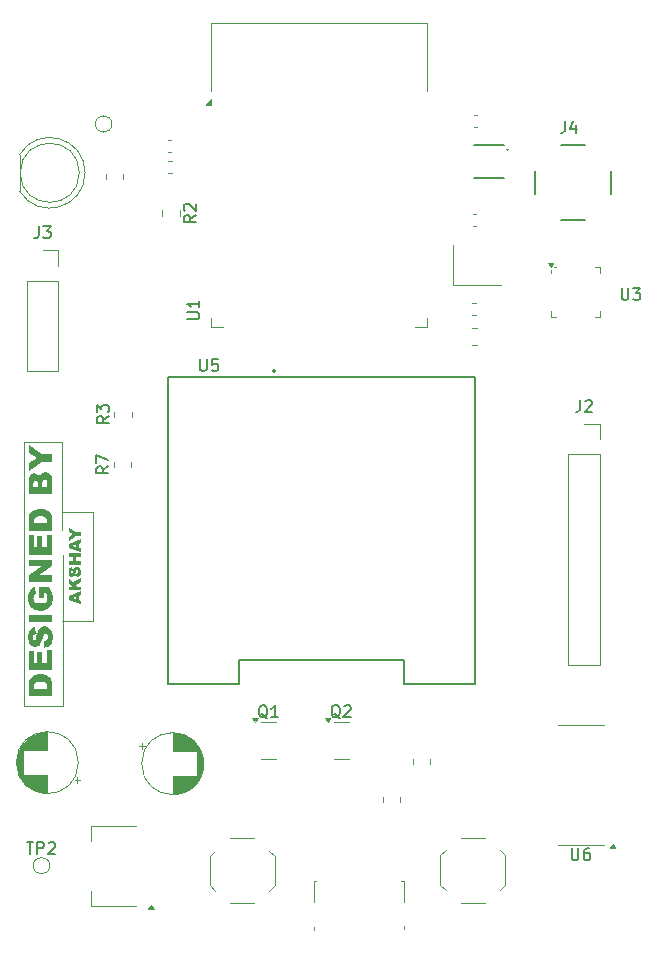
<source format=gbr>
%TF.GenerationSoftware,KiCad,Pcbnew,9.0.3*%
%TF.CreationDate,2025-07-13T04:30:13+05:30*%
%TF.ProjectId,Smart_Env_Monitoring_Node,536d6172-745f-4456-9e76-5f4d6f6e6974,rev?*%
%TF.SameCoordinates,Original*%
%TF.FileFunction,Legend,Top*%
%TF.FilePolarity,Positive*%
%FSLAX46Y46*%
G04 Gerber Fmt 4.6, Leading zero omitted, Abs format (unit mm)*
G04 Created by KiCad (PCBNEW 9.0.3) date 2025-07-13 04:30:13*
%MOMM*%
%LPD*%
G01*
G04 APERTURE LIST*
%ADD10C,0.100000*%
%ADD11C,0.500000*%
%ADD12C,0.250000*%
%ADD13C,0.150000*%
%ADD14C,0.120000*%
%ADD15C,0.127000*%
%ADD16C,0.200000*%
G04 APERTURE END LIST*
D10*
X117417433Y-111740000D02*
X117462566Y-120920000D01*
X114860000Y-128150000D02*
X114860000Y-115360000D01*
X111570000Y-128150000D02*
X114860000Y-128150000D01*
X111595000Y-105780000D02*
X111570000Y-128150000D01*
X117462566Y-120920000D02*
X114845000Y-120890000D01*
X114812500Y-105780000D02*
X114787500Y-113250000D01*
X114940000Y-111710000D02*
X117417286Y-111710000D01*
X114812500Y-105780000D02*
X111595000Y-105780000D01*
D11*
G36*
X113197310Y-125443550D02*
G01*
X113359723Y-125469338D01*
X113480265Y-125506992D01*
X113593269Y-125562900D01*
X113691478Y-125630448D01*
X113776409Y-125709836D01*
X113848675Y-125800730D01*
X113901050Y-125893317D01*
X113935411Y-125988517D01*
X113977204Y-126188374D01*
X113990000Y-126357445D01*
X113990000Y-127276898D01*
X111989162Y-127276898D01*
X111989162Y-126503625D01*
X112442477Y-126503625D01*
X112442477Y-126657986D01*
X113536685Y-126657986D01*
X113536685Y-126506311D01*
X113530554Y-126375734D01*
X113515046Y-126287388D01*
X113493698Y-126230317D01*
X113459350Y-126181299D01*
X113410239Y-126138577D01*
X113343367Y-126101967D01*
X113269471Y-126078781D01*
X113157671Y-126062017D01*
X112995687Y-126055439D01*
X112829123Y-126064048D01*
X112707243Y-126086631D01*
X112620252Y-126119228D01*
X112559958Y-126159364D01*
X112511851Y-126214762D01*
X112475329Y-126287526D01*
X112451322Y-126381957D01*
X112442477Y-126503625D01*
X111989162Y-126503625D01*
X111989162Y-126357445D01*
X111998572Y-126176521D01*
X112024211Y-126032231D01*
X112062923Y-125918175D01*
X112119684Y-125812258D01*
X112189978Y-125720528D01*
X112274438Y-125641570D01*
X112370289Y-125576007D01*
X112476786Y-125523168D01*
X112595251Y-125483056D01*
X112781692Y-125446380D01*
X112982742Y-125433841D01*
X113197310Y-125443550D01*
G37*
G36*
X111989162Y-125109731D02*
G01*
X111989162Y-123451078D01*
X112419030Y-123451078D01*
X112419030Y-124489476D01*
X112739476Y-124489476D01*
X112739476Y-123526304D01*
X113145896Y-123526304D01*
X113145896Y-124489476D01*
X113536685Y-124489476D01*
X113536685Y-123421036D01*
X113990000Y-123421036D01*
X113990000Y-125109731D01*
X111989162Y-125109731D01*
G37*
G36*
X113323583Y-123195966D02*
G01*
X113286580Y-122607096D01*
X113380971Y-122588250D01*
X113452518Y-122561785D01*
X113505788Y-122529183D01*
X113558536Y-122477044D01*
X113596175Y-122415538D01*
X113619540Y-122342795D01*
X113627787Y-122255997D01*
X113620021Y-122169691D01*
X113598827Y-122103082D01*
X113565994Y-122051810D01*
X113521086Y-122010858D01*
X113473894Y-121987675D01*
X113422745Y-121980003D01*
X113374028Y-121987246D01*
X113328339Y-122009256D01*
X113284138Y-122048269D01*
X113251039Y-122099559D01*
X113212479Y-122197722D01*
X113168733Y-122365296D01*
X113112917Y-122575471D01*
X113053027Y-122736696D01*
X112990626Y-122857630D01*
X112926688Y-122945861D01*
X112845179Y-123022976D01*
X112755208Y-123076877D01*
X112654952Y-123109499D01*
X112541639Y-123120739D01*
X112441725Y-123110934D01*
X112345437Y-123081478D01*
X112251113Y-123031224D01*
X112168579Y-122963701D01*
X112096993Y-122875155D01*
X112036179Y-122762069D01*
X111995565Y-122639506D01*
X111968128Y-122478342D01*
X111957899Y-122269553D01*
X111968591Y-122073361D01*
X111997965Y-121914435D01*
X112042782Y-121786509D01*
X112101025Y-121684225D01*
X112179823Y-121596551D01*
X112279259Y-121527311D01*
X112403058Y-121476051D01*
X112556538Y-121444378D01*
X112590976Y-122027752D01*
X112503434Y-122050747D01*
X112439030Y-122083696D01*
X112392773Y-122125450D01*
X112359709Y-122178443D01*
X112338546Y-122245703D01*
X112330858Y-122331102D01*
X112343535Y-122430186D01*
X112376409Y-122493768D01*
X112427407Y-122535014D01*
X112487051Y-122548356D01*
X112530951Y-122537726D01*
X112572536Y-122503293D01*
X112605596Y-122443057D01*
X112645931Y-122295565D01*
X112711549Y-122023249D01*
X112770247Y-121836137D01*
X112822030Y-121714267D01*
X112889225Y-121603600D01*
X112962861Y-121519823D01*
X113043070Y-121458789D01*
X113133928Y-121414580D01*
X113231724Y-121387898D01*
X113338237Y-121378799D01*
X113462977Y-121390677D01*
X113580192Y-121425955D01*
X113692023Y-121485411D01*
X113790433Y-121564996D01*
X113872012Y-121663445D01*
X113937609Y-121783265D01*
X113981970Y-121913491D01*
X114010829Y-122072412D01*
X114021263Y-122265523D01*
X114010961Y-122482788D01*
X113982993Y-122654909D01*
X113941048Y-122789686D01*
X113887715Y-122893924D01*
X113824281Y-122973217D01*
X113720190Y-123060176D01*
X113603498Y-123125983D01*
X113472204Y-123171431D01*
X113323583Y-123195966D01*
G37*
G36*
X111989162Y-121042965D02*
G01*
X111989162Y-120422711D01*
X113990000Y-120422711D01*
X113990000Y-121042965D01*
X111989162Y-121042965D01*
G37*
G36*
X113263133Y-118972397D02*
G01*
X112848897Y-118972397D01*
X112848897Y-118015942D01*
X113699473Y-118015942D01*
X113817798Y-118204166D01*
X113900557Y-118364818D01*
X113953852Y-118501741D01*
X113989923Y-118643969D01*
X114013044Y-118809691D01*
X114021263Y-119002316D01*
X114012611Y-119183501D01*
X113988292Y-119338518D01*
X113950330Y-119470890D01*
X113900118Y-119583736D01*
X113832498Y-119689316D01*
X113750612Y-119782008D01*
X113653479Y-119862815D01*
X113539494Y-119932149D01*
X113375617Y-119999638D01*
X113193447Y-120041298D01*
X112989581Y-120055736D01*
X112826206Y-120046682D01*
X112678300Y-120020522D01*
X112543912Y-119978321D01*
X112421350Y-119920547D01*
X112308110Y-119845251D01*
X112209881Y-119754924D01*
X112125500Y-119648511D01*
X112054497Y-119524263D01*
X112004004Y-119384950D01*
X111970339Y-119205392D01*
X111957899Y-118976427D01*
X111966153Y-118753086D01*
X111987581Y-118592063D01*
X112017861Y-118479759D01*
X112065700Y-118375188D01*
X112127488Y-118284661D01*
X112203729Y-118206573D01*
X112292221Y-118141937D01*
X112397810Y-118087329D01*
X112523077Y-118043297D01*
X112630055Y-118640348D01*
X112558649Y-118671467D01*
X112501289Y-118713034D01*
X112455910Y-118765401D01*
X112423441Y-118826822D01*
X112402910Y-118900755D01*
X112395582Y-118990104D01*
X112404923Y-119089446D01*
X112431671Y-119174970D01*
X112475181Y-119249400D01*
X112536510Y-119314581D01*
X112609033Y-119363316D01*
X112703728Y-119401116D01*
X112825946Y-119426217D01*
X112982131Y-119435481D01*
X113149116Y-119425881D01*
X113276898Y-119400146D01*
X113373307Y-119361897D01*
X113444849Y-119313237D01*
X113504434Y-119247647D01*
X113547352Y-119170648D01*
X113574124Y-119079968D01*
X113583579Y-118972397D01*
X113576008Y-118870308D01*
X113553660Y-118774316D01*
X113515452Y-118678292D01*
X113451322Y-118558405D01*
X113263133Y-118558405D01*
X113263133Y-118972397D01*
G37*
G36*
X111989162Y-117644082D02*
G01*
X111989162Y-117066203D01*
X113095826Y-116311981D01*
X111989162Y-116311981D01*
X111989162Y-115728607D01*
X113990000Y-115728607D01*
X113990000Y-116311981D01*
X112889563Y-117062051D01*
X113990000Y-117062051D01*
X113990000Y-117644082D01*
X111989162Y-117644082D01*
G37*
G36*
X111989162Y-115318524D02*
G01*
X111989162Y-113659870D01*
X112419030Y-113659870D01*
X112419030Y-114698269D01*
X112739476Y-114698269D01*
X112739476Y-113735097D01*
X113145896Y-113735097D01*
X113145896Y-114698269D01*
X113536685Y-114698269D01*
X113536685Y-113629829D01*
X113990000Y-113629829D01*
X113990000Y-115318524D01*
X111989162Y-115318524D01*
G37*
G36*
X113197310Y-111455273D02*
G01*
X113359723Y-111481062D01*
X113480265Y-111518715D01*
X113593269Y-111574624D01*
X113691478Y-111642172D01*
X113776409Y-111721559D01*
X113848675Y-111812454D01*
X113901050Y-111905040D01*
X113935411Y-112000240D01*
X113977204Y-112200098D01*
X113990000Y-112369169D01*
X113990000Y-113288621D01*
X111989162Y-113288621D01*
X111989162Y-112515348D01*
X112442477Y-112515348D01*
X112442477Y-112669710D01*
X113536685Y-112669710D01*
X113536685Y-112518035D01*
X113530554Y-112387458D01*
X113515046Y-112299111D01*
X113493698Y-112242041D01*
X113459350Y-112193022D01*
X113410239Y-112150301D01*
X113343367Y-112113691D01*
X113269471Y-112090504D01*
X113157671Y-112073740D01*
X112995687Y-112067163D01*
X112829123Y-112075772D01*
X112707243Y-112098354D01*
X112620252Y-112130952D01*
X112559958Y-112171088D01*
X112511851Y-112226486D01*
X112475329Y-112299250D01*
X112451322Y-112393681D01*
X112442477Y-112515348D01*
X111989162Y-112515348D01*
X111989162Y-112369169D01*
X111998572Y-112188244D01*
X112024211Y-112043954D01*
X112062923Y-111929898D01*
X112119684Y-111823981D01*
X112189978Y-111732252D01*
X112274438Y-111653293D01*
X112370289Y-111587731D01*
X112476786Y-111534891D01*
X112595251Y-111494780D01*
X112781692Y-111458103D01*
X112982742Y-111445565D01*
X113197310Y-111455273D01*
G37*
G36*
X113521598Y-108343795D02*
G01*
X113614501Y-108368019D01*
X113700083Y-108407916D01*
X113777353Y-108462186D01*
X113842666Y-108527876D01*
X113896943Y-108605997D01*
X113933465Y-108695003D01*
X113962644Y-108840959D01*
X113990000Y-109118297D01*
X113990000Y-110186737D01*
X111989162Y-110186737D01*
X111989162Y-109289145D01*
X112395582Y-109289145D01*
X112395582Y-109562330D01*
X112770739Y-109562330D01*
X112770739Y-109293175D01*
X112767504Y-109248112D01*
X113153712Y-109248112D01*
X113153712Y-109562330D01*
X113560132Y-109562330D01*
X113560132Y-109246769D01*
X113552294Y-109141002D01*
X113532189Y-109068887D01*
X113503346Y-109021332D01*
X113461637Y-108985200D01*
X113411646Y-108963396D01*
X113350816Y-108955753D01*
X113294510Y-108963212D01*
X113247607Y-108984684D01*
X113207812Y-109020722D01*
X113180539Y-109067635D01*
X113161281Y-109140183D01*
X113153712Y-109248112D01*
X112767504Y-109248112D01*
X112763842Y-109197093D01*
X112746326Y-109132894D01*
X112721524Y-109091674D01*
X112685074Y-109060971D01*
X112638632Y-109041879D01*
X112579131Y-109035010D01*
X112524170Y-109041722D01*
X112480033Y-109060660D01*
X112444187Y-109091674D01*
X112419597Y-109132768D01*
X112402341Y-109195830D01*
X112395582Y-109289145D01*
X111989162Y-109289145D01*
X111989162Y-109028171D01*
X111999415Y-108882692D01*
X112027951Y-108762945D01*
X112072469Y-108664385D01*
X112132166Y-108583405D01*
X112208717Y-108514934D01*
X112292068Y-108467091D01*
X112383763Y-108438217D01*
X112486074Y-108428311D01*
X112599960Y-108440941D01*
X112700094Y-108477685D01*
X112789668Y-108538953D01*
X112839744Y-108592680D01*
X112884395Y-108663508D01*
X112923147Y-108754863D01*
X112969121Y-108616813D01*
X113029026Y-108513219D01*
X113101688Y-108437348D01*
X113190920Y-108381842D01*
X113295612Y-108347556D01*
X113419692Y-108335498D01*
X113521598Y-108343795D01*
G37*
G36*
X111989162Y-108213621D02*
G01*
X111989162Y-107526322D01*
X112663394Y-107121978D01*
X111989162Y-106717512D01*
X111989162Y-106034487D01*
X113152002Y-106813133D01*
X113990000Y-106813133D01*
X113990000Y-107433510D01*
X113152002Y-107433510D01*
X111989162Y-108213621D01*
G37*
D12*
G36*
X116390000Y-118752161D02*
G01*
X116225868Y-118801376D01*
X116225868Y-119153818D01*
X116390000Y-119202362D01*
X116390000Y-119518656D01*
X115389581Y-119142217D01*
X115389581Y-118976926D01*
X115649883Y-118976926D01*
X116010935Y-119086896D01*
X116010935Y-118866284D01*
X115649883Y-118976926D01*
X115389581Y-118976926D01*
X115389581Y-118804795D01*
X116390000Y-118428356D01*
X116390000Y-118752161D01*
G37*
G36*
X115389581Y-118327789D02*
G01*
X115389581Y-118018394D01*
X115767608Y-118018394D01*
X115389581Y-117693857D01*
X115389581Y-117282674D01*
X115766936Y-117647451D01*
X116390000Y-117266249D01*
X116390000Y-117647451D01*
X115978511Y-117858538D01*
X116145696Y-118018394D01*
X116390000Y-118018394D01*
X116390000Y-118327789D01*
X115389581Y-118327789D01*
G37*
G36*
X116056791Y-117217644D02*
G01*
X116038290Y-116923210D01*
X116085485Y-116913787D01*
X116121259Y-116900554D01*
X116147894Y-116884253D01*
X116174268Y-116858183D01*
X116193087Y-116827430D01*
X116204770Y-116791059D01*
X116208893Y-116747660D01*
X116205010Y-116704507D01*
X116194413Y-116671202D01*
X116177997Y-116645566D01*
X116155543Y-116625090D01*
X116131947Y-116613499D01*
X116106372Y-116609663D01*
X116082014Y-116613284D01*
X116059169Y-116624289D01*
X116037069Y-116643796D01*
X116020519Y-116669441D01*
X116001239Y-116718522D01*
X115979366Y-116802309D01*
X115951458Y-116907397D01*
X115921513Y-116988009D01*
X115890313Y-117048476D01*
X115858344Y-117092592D01*
X115817589Y-117131149D01*
X115772604Y-117158100D01*
X115722476Y-117174411D01*
X115665819Y-117180031D01*
X115615862Y-117175128D01*
X115567718Y-117160400D01*
X115520556Y-117135273D01*
X115479289Y-117101512D01*
X115443496Y-117057239D01*
X115413089Y-117000696D01*
X115392782Y-116939414D01*
X115379064Y-116858832D01*
X115373949Y-116754438D01*
X115379295Y-116656342D01*
X115393982Y-116576879D01*
X115416391Y-116512916D01*
X115445512Y-116461774D01*
X115484911Y-116417937D01*
X115534629Y-116383317D01*
X115596529Y-116357687D01*
X115673269Y-116341851D01*
X115690488Y-116633538D01*
X115646717Y-116645035D01*
X115614515Y-116661509D01*
X115591386Y-116682386D01*
X115574854Y-116708883D01*
X115564273Y-116742513D01*
X115560429Y-116785212D01*
X115566767Y-116834754D01*
X115583204Y-116866545D01*
X115608703Y-116887168D01*
X115638525Y-116893839D01*
X115660475Y-116888524D01*
X115681268Y-116871308D01*
X115697798Y-116841190D01*
X115717965Y-116767444D01*
X115750774Y-116631286D01*
X115780123Y-116537730D01*
X115806015Y-116476795D01*
X115839612Y-116421461D01*
X115876430Y-116379573D01*
X115916535Y-116349056D01*
X115961964Y-116326951D01*
X116010862Y-116313610D01*
X116064118Y-116309061D01*
X116126488Y-116315000D01*
X116185096Y-116332639D01*
X116241011Y-116362367D01*
X116290216Y-116402159D01*
X116331006Y-116451384D01*
X116363804Y-116511294D01*
X116385985Y-116576407D01*
X116400414Y-116655867D01*
X116405631Y-116752423D01*
X116400480Y-116861056D01*
X116386496Y-116947116D01*
X116365524Y-117014505D01*
X116338857Y-117066623D01*
X116307140Y-117106270D01*
X116255095Y-117149749D01*
X116196749Y-117182653D01*
X116131102Y-117205377D01*
X116056791Y-117217644D01*
G37*
G36*
X115389581Y-116152074D02*
G01*
X115389581Y-115842679D01*
X115737383Y-115842679D01*
X115737383Y-115504525D01*
X115389581Y-115504525D01*
X115389581Y-115193665D01*
X116390000Y-115193665D01*
X116390000Y-115504525D01*
X115983579Y-115504525D01*
X115983579Y-115842679D01*
X116390000Y-115842679D01*
X116390000Y-116152074D01*
X115389581Y-116152074D01*
G37*
G36*
X116390000Y-114322573D02*
G01*
X116225868Y-114371788D01*
X116225868Y-114724230D01*
X116390000Y-114772773D01*
X116390000Y-115089068D01*
X115389581Y-114712629D01*
X115389581Y-114547337D01*
X115649883Y-114547337D01*
X116010935Y-114657308D01*
X116010935Y-114436695D01*
X115649883Y-114547337D01*
X115389581Y-114547337D01*
X115389581Y-114375207D01*
X116390000Y-113998768D01*
X116390000Y-114322573D01*
G37*
G36*
X115389581Y-114119912D02*
G01*
X115389581Y-113776263D01*
X115726697Y-113574091D01*
X115389581Y-113371857D01*
X115389581Y-113030345D01*
X115971001Y-113419668D01*
X116390000Y-113419668D01*
X116390000Y-113729856D01*
X115971001Y-113729856D01*
X115389581Y-114119912D01*
G37*
D13*
X158686666Y-102234819D02*
X158686666Y-102949104D01*
X158686666Y-102949104D02*
X158639047Y-103091961D01*
X158639047Y-103091961D02*
X158543809Y-103187200D01*
X158543809Y-103187200D02*
X158400952Y-103234819D01*
X158400952Y-103234819D02*
X158305714Y-103234819D01*
X159115238Y-102330057D02*
X159162857Y-102282438D01*
X159162857Y-102282438D02*
X159258095Y-102234819D01*
X159258095Y-102234819D02*
X159496190Y-102234819D01*
X159496190Y-102234819D02*
X159591428Y-102282438D01*
X159591428Y-102282438D02*
X159639047Y-102330057D01*
X159639047Y-102330057D02*
X159686666Y-102425295D01*
X159686666Y-102425295D02*
X159686666Y-102520533D01*
X159686666Y-102520533D02*
X159639047Y-102663390D01*
X159639047Y-102663390D02*
X159067619Y-103234819D01*
X159067619Y-103234819D02*
X159686666Y-103234819D01*
X112851666Y-87524819D02*
X112851666Y-88239104D01*
X112851666Y-88239104D02*
X112804047Y-88381961D01*
X112804047Y-88381961D02*
X112708809Y-88477200D01*
X112708809Y-88477200D02*
X112565952Y-88524819D01*
X112565952Y-88524819D02*
X112470714Y-88524819D01*
X113232619Y-87524819D02*
X113851666Y-87524819D01*
X113851666Y-87524819D02*
X113518333Y-87905771D01*
X113518333Y-87905771D02*
X113661190Y-87905771D01*
X113661190Y-87905771D02*
X113756428Y-87953390D01*
X113756428Y-87953390D02*
X113804047Y-88001009D01*
X113804047Y-88001009D02*
X113851666Y-88096247D01*
X113851666Y-88096247D02*
X113851666Y-88334342D01*
X113851666Y-88334342D02*
X113804047Y-88429580D01*
X113804047Y-88429580D02*
X113756428Y-88477200D01*
X113756428Y-88477200D02*
X113661190Y-88524819D01*
X113661190Y-88524819D02*
X113375476Y-88524819D01*
X113375476Y-88524819D02*
X113280238Y-88477200D01*
X113280238Y-88477200D02*
X113232619Y-88429580D01*
X157411666Y-78609819D02*
X157411666Y-79324104D01*
X157411666Y-79324104D02*
X157364047Y-79466961D01*
X157364047Y-79466961D02*
X157268809Y-79562200D01*
X157268809Y-79562200D02*
X157125952Y-79609819D01*
X157125952Y-79609819D02*
X157030714Y-79609819D01*
X158316428Y-78943152D02*
X158316428Y-79609819D01*
X158078333Y-78562200D02*
X157840238Y-79276485D01*
X157840238Y-79276485D02*
X158459285Y-79276485D01*
X118774819Y-103586666D02*
X118298628Y-103919999D01*
X118774819Y-104158094D02*
X117774819Y-104158094D01*
X117774819Y-104158094D02*
X117774819Y-103777142D01*
X117774819Y-103777142D02*
X117822438Y-103681904D01*
X117822438Y-103681904D02*
X117870057Y-103634285D01*
X117870057Y-103634285D02*
X117965295Y-103586666D01*
X117965295Y-103586666D02*
X118108152Y-103586666D01*
X118108152Y-103586666D02*
X118203390Y-103634285D01*
X118203390Y-103634285D02*
X118251009Y-103681904D01*
X118251009Y-103681904D02*
X118298628Y-103777142D01*
X118298628Y-103777142D02*
X118298628Y-104158094D01*
X117774819Y-103253332D02*
X117774819Y-102634285D01*
X117774819Y-102634285D02*
X118155771Y-102967618D01*
X118155771Y-102967618D02*
X118155771Y-102824761D01*
X118155771Y-102824761D02*
X118203390Y-102729523D01*
X118203390Y-102729523D02*
X118251009Y-102681904D01*
X118251009Y-102681904D02*
X118346247Y-102634285D01*
X118346247Y-102634285D02*
X118584342Y-102634285D01*
X118584342Y-102634285D02*
X118679580Y-102681904D01*
X118679580Y-102681904D02*
X118727200Y-102729523D01*
X118727200Y-102729523D02*
X118774819Y-102824761D01*
X118774819Y-102824761D02*
X118774819Y-103110475D01*
X118774819Y-103110475D02*
X118727200Y-103205713D01*
X118727200Y-103205713D02*
X118679580Y-103253332D01*
X126483095Y-98754819D02*
X126483095Y-99564342D01*
X126483095Y-99564342D02*
X126530714Y-99659580D01*
X126530714Y-99659580D02*
X126578333Y-99707200D01*
X126578333Y-99707200D02*
X126673571Y-99754819D01*
X126673571Y-99754819D02*
X126864047Y-99754819D01*
X126864047Y-99754819D02*
X126959285Y-99707200D01*
X126959285Y-99707200D02*
X127006904Y-99659580D01*
X127006904Y-99659580D02*
X127054523Y-99564342D01*
X127054523Y-99564342D02*
X127054523Y-98754819D01*
X128006904Y-98754819D02*
X127530714Y-98754819D01*
X127530714Y-98754819D02*
X127483095Y-99231009D01*
X127483095Y-99231009D02*
X127530714Y-99183390D01*
X127530714Y-99183390D02*
X127625952Y-99135771D01*
X127625952Y-99135771D02*
X127864047Y-99135771D01*
X127864047Y-99135771D02*
X127959285Y-99183390D01*
X127959285Y-99183390D02*
X128006904Y-99231009D01*
X128006904Y-99231009D02*
X128054523Y-99326247D01*
X128054523Y-99326247D02*
X128054523Y-99564342D01*
X128054523Y-99564342D02*
X128006904Y-99659580D01*
X128006904Y-99659580D02*
X127959285Y-99707200D01*
X127959285Y-99707200D02*
X127864047Y-99754819D01*
X127864047Y-99754819D02*
X127625952Y-99754819D01*
X127625952Y-99754819D02*
X127530714Y-99707200D01*
X127530714Y-99707200D02*
X127483095Y-99659580D01*
X125434819Y-95366904D02*
X126244342Y-95366904D01*
X126244342Y-95366904D02*
X126339580Y-95319285D01*
X126339580Y-95319285D02*
X126387200Y-95271666D01*
X126387200Y-95271666D02*
X126434819Y-95176428D01*
X126434819Y-95176428D02*
X126434819Y-94985952D01*
X126434819Y-94985952D02*
X126387200Y-94890714D01*
X126387200Y-94890714D02*
X126339580Y-94843095D01*
X126339580Y-94843095D02*
X126244342Y-94795476D01*
X126244342Y-94795476D02*
X125434819Y-94795476D01*
X126434819Y-93795476D02*
X126434819Y-94366904D01*
X126434819Y-94081190D02*
X125434819Y-94081190D01*
X125434819Y-94081190D02*
X125577676Y-94176428D01*
X125577676Y-94176428D02*
X125672914Y-94271666D01*
X125672914Y-94271666D02*
X125720533Y-94366904D01*
X132207261Y-129170057D02*
X132112023Y-129122438D01*
X132112023Y-129122438D02*
X132016785Y-129027200D01*
X132016785Y-129027200D02*
X131873928Y-128884342D01*
X131873928Y-128884342D02*
X131778690Y-128836723D01*
X131778690Y-128836723D02*
X131683452Y-128836723D01*
X131731071Y-129074819D02*
X131635833Y-129027200D01*
X131635833Y-129027200D02*
X131540595Y-128931961D01*
X131540595Y-128931961D02*
X131492976Y-128741485D01*
X131492976Y-128741485D02*
X131492976Y-128408152D01*
X131492976Y-128408152D02*
X131540595Y-128217676D01*
X131540595Y-128217676D02*
X131635833Y-128122438D01*
X131635833Y-128122438D02*
X131731071Y-128074819D01*
X131731071Y-128074819D02*
X131921547Y-128074819D01*
X131921547Y-128074819D02*
X132016785Y-128122438D01*
X132016785Y-128122438D02*
X132112023Y-128217676D01*
X132112023Y-128217676D02*
X132159642Y-128408152D01*
X132159642Y-128408152D02*
X132159642Y-128741485D01*
X132159642Y-128741485D02*
X132112023Y-128931961D01*
X132112023Y-128931961D02*
X132016785Y-129027200D01*
X132016785Y-129027200D02*
X131921547Y-129074819D01*
X131921547Y-129074819D02*
X131731071Y-129074819D01*
X133112023Y-129074819D02*
X132540595Y-129074819D01*
X132826309Y-129074819D02*
X132826309Y-128074819D01*
X132826309Y-128074819D02*
X132731071Y-128217676D01*
X132731071Y-128217676D02*
X132635833Y-128312914D01*
X132635833Y-128312914D02*
X132540595Y-128360533D01*
X111818095Y-139646819D02*
X112389523Y-139646819D01*
X112103809Y-140646819D02*
X112103809Y-139646819D01*
X112722857Y-140646819D02*
X112722857Y-139646819D01*
X112722857Y-139646819D02*
X113103809Y-139646819D01*
X113103809Y-139646819D02*
X113199047Y-139694438D01*
X113199047Y-139694438D02*
X113246666Y-139742057D01*
X113246666Y-139742057D02*
X113294285Y-139837295D01*
X113294285Y-139837295D02*
X113294285Y-139980152D01*
X113294285Y-139980152D02*
X113246666Y-140075390D01*
X113246666Y-140075390D02*
X113199047Y-140123009D01*
X113199047Y-140123009D02*
X113103809Y-140170628D01*
X113103809Y-140170628D02*
X112722857Y-140170628D01*
X113675238Y-139742057D02*
X113722857Y-139694438D01*
X113722857Y-139694438D02*
X113818095Y-139646819D01*
X113818095Y-139646819D02*
X114056190Y-139646819D01*
X114056190Y-139646819D02*
X114151428Y-139694438D01*
X114151428Y-139694438D02*
X114199047Y-139742057D01*
X114199047Y-139742057D02*
X114246666Y-139837295D01*
X114246666Y-139837295D02*
X114246666Y-139932533D01*
X114246666Y-139932533D02*
X114199047Y-140075390D01*
X114199047Y-140075390D02*
X113627619Y-140646819D01*
X113627619Y-140646819D02*
X114246666Y-140646819D01*
X162195595Y-92742319D02*
X162195595Y-93551842D01*
X162195595Y-93551842D02*
X162243214Y-93647080D01*
X162243214Y-93647080D02*
X162290833Y-93694700D01*
X162290833Y-93694700D02*
X162386071Y-93742319D01*
X162386071Y-93742319D02*
X162576547Y-93742319D01*
X162576547Y-93742319D02*
X162671785Y-93694700D01*
X162671785Y-93694700D02*
X162719404Y-93647080D01*
X162719404Y-93647080D02*
X162767023Y-93551842D01*
X162767023Y-93551842D02*
X162767023Y-92742319D01*
X163147976Y-92742319D02*
X163767023Y-92742319D01*
X163767023Y-92742319D02*
X163433690Y-93123271D01*
X163433690Y-93123271D02*
X163576547Y-93123271D01*
X163576547Y-93123271D02*
X163671785Y-93170890D01*
X163671785Y-93170890D02*
X163719404Y-93218509D01*
X163719404Y-93218509D02*
X163767023Y-93313747D01*
X163767023Y-93313747D02*
X163767023Y-93551842D01*
X163767023Y-93551842D02*
X163719404Y-93647080D01*
X163719404Y-93647080D02*
X163671785Y-93694700D01*
X163671785Y-93694700D02*
X163576547Y-93742319D01*
X163576547Y-93742319D02*
X163290833Y-93742319D01*
X163290833Y-93742319D02*
X163195595Y-93694700D01*
X163195595Y-93694700D02*
X163147976Y-93647080D01*
X157973095Y-140169819D02*
X157973095Y-140979342D01*
X157973095Y-140979342D02*
X158020714Y-141074580D01*
X158020714Y-141074580D02*
X158068333Y-141122200D01*
X158068333Y-141122200D02*
X158163571Y-141169819D01*
X158163571Y-141169819D02*
X158354047Y-141169819D01*
X158354047Y-141169819D02*
X158449285Y-141122200D01*
X158449285Y-141122200D02*
X158496904Y-141074580D01*
X158496904Y-141074580D02*
X158544523Y-140979342D01*
X158544523Y-140979342D02*
X158544523Y-140169819D01*
X159449285Y-140169819D02*
X159258809Y-140169819D01*
X159258809Y-140169819D02*
X159163571Y-140217438D01*
X159163571Y-140217438D02*
X159115952Y-140265057D01*
X159115952Y-140265057D02*
X159020714Y-140407914D01*
X159020714Y-140407914D02*
X158973095Y-140598390D01*
X158973095Y-140598390D02*
X158973095Y-140979342D01*
X158973095Y-140979342D02*
X159020714Y-141074580D01*
X159020714Y-141074580D02*
X159068333Y-141122200D01*
X159068333Y-141122200D02*
X159163571Y-141169819D01*
X159163571Y-141169819D02*
X159354047Y-141169819D01*
X159354047Y-141169819D02*
X159449285Y-141122200D01*
X159449285Y-141122200D02*
X159496904Y-141074580D01*
X159496904Y-141074580D02*
X159544523Y-140979342D01*
X159544523Y-140979342D02*
X159544523Y-140741247D01*
X159544523Y-140741247D02*
X159496904Y-140646009D01*
X159496904Y-140646009D02*
X159449285Y-140598390D01*
X159449285Y-140598390D02*
X159354047Y-140550771D01*
X159354047Y-140550771D02*
X159163571Y-140550771D01*
X159163571Y-140550771D02*
X159068333Y-140598390D01*
X159068333Y-140598390D02*
X159020714Y-140646009D01*
X159020714Y-140646009D02*
X158973095Y-140741247D01*
X118734819Y-107846666D02*
X118258628Y-108179999D01*
X118734819Y-108418094D02*
X117734819Y-108418094D01*
X117734819Y-108418094D02*
X117734819Y-108037142D01*
X117734819Y-108037142D02*
X117782438Y-107941904D01*
X117782438Y-107941904D02*
X117830057Y-107894285D01*
X117830057Y-107894285D02*
X117925295Y-107846666D01*
X117925295Y-107846666D02*
X118068152Y-107846666D01*
X118068152Y-107846666D02*
X118163390Y-107894285D01*
X118163390Y-107894285D02*
X118211009Y-107941904D01*
X118211009Y-107941904D02*
X118258628Y-108037142D01*
X118258628Y-108037142D02*
X118258628Y-108418094D01*
X117734819Y-107513332D02*
X117734819Y-106846666D01*
X117734819Y-106846666D02*
X118734819Y-107275237D01*
X138362261Y-129160057D02*
X138267023Y-129112438D01*
X138267023Y-129112438D02*
X138171785Y-129017200D01*
X138171785Y-129017200D02*
X138028928Y-128874342D01*
X138028928Y-128874342D02*
X137933690Y-128826723D01*
X137933690Y-128826723D02*
X137838452Y-128826723D01*
X137886071Y-129064819D02*
X137790833Y-129017200D01*
X137790833Y-129017200D02*
X137695595Y-128921961D01*
X137695595Y-128921961D02*
X137647976Y-128731485D01*
X137647976Y-128731485D02*
X137647976Y-128398152D01*
X137647976Y-128398152D02*
X137695595Y-128207676D01*
X137695595Y-128207676D02*
X137790833Y-128112438D01*
X137790833Y-128112438D02*
X137886071Y-128064819D01*
X137886071Y-128064819D02*
X138076547Y-128064819D01*
X138076547Y-128064819D02*
X138171785Y-128112438D01*
X138171785Y-128112438D02*
X138267023Y-128207676D01*
X138267023Y-128207676D02*
X138314642Y-128398152D01*
X138314642Y-128398152D02*
X138314642Y-128731485D01*
X138314642Y-128731485D02*
X138267023Y-128921961D01*
X138267023Y-128921961D02*
X138171785Y-129017200D01*
X138171785Y-129017200D02*
X138076547Y-129064819D01*
X138076547Y-129064819D02*
X137886071Y-129064819D01*
X138695595Y-128160057D02*
X138743214Y-128112438D01*
X138743214Y-128112438D02*
X138838452Y-128064819D01*
X138838452Y-128064819D02*
X139076547Y-128064819D01*
X139076547Y-128064819D02*
X139171785Y-128112438D01*
X139171785Y-128112438D02*
X139219404Y-128160057D01*
X139219404Y-128160057D02*
X139267023Y-128255295D01*
X139267023Y-128255295D02*
X139267023Y-128350533D01*
X139267023Y-128350533D02*
X139219404Y-128493390D01*
X139219404Y-128493390D02*
X138647976Y-129064819D01*
X138647976Y-129064819D02*
X139267023Y-129064819D01*
X126134819Y-86556666D02*
X125658628Y-86889999D01*
X126134819Y-87128094D02*
X125134819Y-87128094D01*
X125134819Y-87128094D02*
X125134819Y-86747142D01*
X125134819Y-86747142D02*
X125182438Y-86651904D01*
X125182438Y-86651904D02*
X125230057Y-86604285D01*
X125230057Y-86604285D02*
X125325295Y-86556666D01*
X125325295Y-86556666D02*
X125468152Y-86556666D01*
X125468152Y-86556666D02*
X125563390Y-86604285D01*
X125563390Y-86604285D02*
X125611009Y-86651904D01*
X125611009Y-86651904D02*
X125658628Y-86747142D01*
X125658628Y-86747142D02*
X125658628Y-87128094D01*
X125230057Y-86175713D02*
X125182438Y-86128094D01*
X125182438Y-86128094D02*
X125134819Y-86032856D01*
X125134819Y-86032856D02*
X125134819Y-85794761D01*
X125134819Y-85794761D02*
X125182438Y-85699523D01*
X125182438Y-85699523D02*
X125230057Y-85651904D01*
X125230057Y-85651904D02*
X125325295Y-85604285D01*
X125325295Y-85604285D02*
X125420533Y-85604285D01*
X125420533Y-85604285D02*
X125563390Y-85651904D01*
X125563390Y-85651904D02*
X126134819Y-86223332D01*
X126134819Y-86223332D02*
X126134819Y-85604285D01*
D14*
%TO.C,J1*%
X143782500Y-146735000D02*
X143782500Y-146995000D01*
X143762500Y-142935000D02*
X143762500Y-144705000D01*
X143762500Y-142935000D02*
X143522500Y-142935000D01*
X136142500Y-147055000D02*
X136142500Y-146795000D01*
X136142500Y-144705000D02*
X136142500Y-142935000D01*
X136142500Y-142935000D02*
X136292500Y-142935000D01*
%TO.C,SW2*%
X127310000Y-143310000D02*
X127310000Y-140810000D01*
X127760000Y-140360000D02*
X127310000Y-140810000D01*
X127760000Y-143760000D02*
X127310000Y-143310000D01*
X129060000Y-139310000D02*
X131060000Y-139310000D01*
X129060000Y-144810000D02*
X131060000Y-144810000D01*
X132360000Y-140360000D02*
X132810000Y-140810000D01*
X132360000Y-143760000D02*
X132810000Y-143310000D01*
X132810000Y-143310000D02*
X132810000Y-140810000D01*
%TO.C,J2*%
X157690000Y-106820000D02*
X157690000Y-124660000D01*
X157690000Y-106820000D02*
X160350000Y-106820000D01*
X157690000Y-124660000D02*
X160350000Y-124660000D01*
X159020000Y-104220000D02*
X160350000Y-104220000D01*
X160350000Y-104220000D02*
X160350000Y-105550000D01*
X160350000Y-106820000D02*
X160350000Y-124660000D01*
%TO.C,D1*%
X111220000Y-81435000D02*
X111220000Y-84525000D01*
X111220000Y-81435170D02*
G75*
G02*
X116770000Y-82980000I2560000J-1544830D01*
G01*
X116770000Y-82980000D02*
G75*
G02*
X111220000Y-84524830I-2990000J0D01*
G01*
X116280000Y-82980000D02*
G75*
G02*
X111280000Y-82980000I-2500000J0D01*
G01*
X111280000Y-82980000D02*
G75*
G02*
X116280000Y-82980000I2500000J0D01*
G01*
%TO.C,SW3*%
X146860000Y-143270000D02*
X146860000Y-140770000D01*
X147310000Y-140320000D02*
X146860000Y-140770000D01*
X147310000Y-143720000D02*
X146860000Y-143270000D01*
X148610000Y-139270000D02*
X150610000Y-139270000D01*
X148610000Y-144770000D02*
X150610000Y-144770000D01*
X151910000Y-140320000D02*
X152360000Y-140770000D01*
X151910000Y-143720000D02*
X152360000Y-143270000D01*
X152360000Y-143270000D02*
X152360000Y-140770000D01*
%TO.C,J3*%
X111855000Y-92110000D02*
X111855000Y-99790000D01*
X111855000Y-92110000D02*
X114515000Y-92110000D01*
X111855000Y-99790000D02*
X114515000Y-99790000D01*
X113185000Y-89510000D02*
X114515000Y-89510000D01*
X114515000Y-89510000D02*
X114515000Y-90840000D01*
X114515000Y-92110000D02*
X114515000Y-99790000D01*
%TO.C,R6*%
X144505000Y-132582936D02*
X144505000Y-133037064D01*
X145975000Y-132582936D02*
X145975000Y-133037064D01*
%TO.C,U2*%
X117290000Y-138270000D02*
X117290000Y-139530000D01*
X117290000Y-145090000D02*
X117290000Y-143830000D01*
X121050000Y-138270000D02*
X117290000Y-138270000D01*
X121050000Y-145090000D02*
X117290000Y-145090000D01*
X122570000Y-145320000D02*
X122090000Y-145320000D01*
X122330000Y-144990000D01*
X122570000Y-145320000D01*
G36*
X122570000Y-145320000D02*
G01*
X122090000Y-145320000D01*
X122330000Y-144990000D01*
X122570000Y-145320000D01*
G37*
%TO.C,C5*%
X149671233Y-78080000D02*
X149963767Y-78080000D01*
X149671233Y-79100000D02*
X149963767Y-79100000D01*
%TO.C,TP1*%
X119040000Y-78850000D02*
G75*
G02*
X117640000Y-78850000I-700000J0D01*
G01*
X117640000Y-78850000D02*
G75*
G02*
X119040000Y-78850000I700000J0D01*
G01*
D15*
%TO.C,J4*%
X154870000Y-84790000D02*
X154870000Y-82790000D01*
X157070000Y-80590000D02*
X159070000Y-80590000D01*
X159070000Y-86990000D02*
X157070000Y-86990000D01*
X161270000Y-82790000D02*
X161270000Y-84790000D01*
D14*
%TO.C,C6*%
X149843767Y-93990000D02*
X149551233Y-93990000D01*
X149843767Y-95010000D02*
X149551233Y-95010000D01*
%TO.C,R3*%
X119235000Y-103647064D02*
X119235000Y-103192936D01*
X120705000Y-103647064D02*
X120705000Y-103192936D01*
%TO.C,Y1*%
X147880000Y-89070000D02*
X147880000Y-92490000D01*
X147880000Y-92490000D02*
X152000000Y-92490000D01*
D15*
%TO.C,U5*%
X123770000Y-100270000D02*
X149770000Y-100270000D01*
X123770000Y-126270000D02*
X123770000Y-100270000D01*
X129770000Y-124270000D02*
X129770000Y-126270000D01*
X129770000Y-126270000D02*
X123770000Y-126270000D01*
X143770000Y-124270000D02*
X129770000Y-124270000D01*
X143770000Y-126270000D02*
X143770000Y-124270000D01*
X149770000Y-100270000D02*
X149770000Y-126270000D01*
X149770000Y-126270000D02*
X143770000Y-126270000D01*
D16*
X132870000Y-99770000D02*
G75*
G02*
X132670000Y-99770000I-100000J0D01*
G01*
X132670000Y-99770000D02*
G75*
G02*
X132870000Y-99770000I100000J0D01*
G01*
D14*
%TO.C,C1*%
X110970000Y-133203000D02*
X110970000Y-132637000D01*
X111010000Y-133437000D02*
X111010000Y-132403000D01*
X111050000Y-133597000D02*
X111050000Y-132243000D01*
X111090000Y-133725000D02*
X111090000Y-132115000D01*
X111130000Y-133834000D02*
X111130000Y-132006000D01*
X111170000Y-133931000D02*
X111170000Y-131909000D01*
X111210000Y-134018000D02*
X111210000Y-131822000D01*
X111250000Y-134097000D02*
X111250000Y-131743000D01*
X111290000Y-134171000D02*
X111290000Y-131669000D01*
X111330000Y-134239000D02*
X111330000Y-131601000D01*
X111370000Y-134303000D02*
X111370000Y-131537000D01*
X111410000Y-134363000D02*
X111410000Y-131477000D01*
X111450000Y-134419000D02*
X111450000Y-131421000D01*
X111490000Y-134473000D02*
X111490000Y-131367000D01*
X111530000Y-134524000D02*
X111530000Y-131316000D01*
X111570000Y-131880000D02*
X111570000Y-131268000D01*
X111570000Y-134572000D02*
X111570000Y-133960000D01*
X111610000Y-131880000D02*
X111610000Y-131221000D01*
X111610000Y-134619000D02*
X111610000Y-133960000D01*
X111650000Y-131880000D02*
X111650000Y-131177000D01*
X111650000Y-134663000D02*
X111650000Y-133960000D01*
X111690000Y-131880000D02*
X111690000Y-131135000D01*
X111690000Y-134705000D02*
X111690000Y-133960000D01*
X111730000Y-131880000D02*
X111730000Y-131095000D01*
X111730000Y-134745000D02*
X111730000Y-133960000D01*
X111770000Y-131880000D02*
X111770000Y-131056000D01*
X111770000Y-134784000D02*
X111770000Y-133960000D01*
X111810000Y-131880000D02*
X111810000Y-131019000D01*
X111810000Y-134821000D02*
X111810000Y-133960000D01*
X111850000Y-131880000D02*
X111850000Y-130984000D01*
X111850000Y-134856000D02*
X111850000Y-133960000D01*
X111890000Y-131880000D02*
X111890000Y-130950000D01*
X111890000Y-134890000D02*
X111890000Y-133960000D01*
X111930000Y-131880000D02*
X111930000Y-130917000D01*
X111930000Y-134923000D02*
X111930000Y-133960000D01*
X111970000Y-131880000D02*
X111970000Y-130885000D01*
X111970000Y-134955000D02*
X111970000Y-133960000D01*
X112010000Y-131880000D02*
X112010000Y-130855000D01*
X112010000Y-134985000D02*
X112010000Y-133960000D01*
X112050000Y-131880000D02*
X112050000Y-130826000D01*
X112050000Y-135014000D02*
X112050000Y-133960000D01*
X112090000Y-131880000D02*
X112090000Y-130798000D01*
X112090000Y-135042000D02*
X112090000Y-133960000D01*
X112130000Y-131880000D02*
X112130000Y-130771000D01*
X112130000Y-135069000D02*
X112130000Y-133960000D01*
X112170000Y-131880000D02*
X112170000Y-130745000D01*
X112170000Y-135095000D02*
X112170000Y-133960000D01*
X112210000Y-131880000D02*
X112210000Y-130721000D01*
X112210000Y-135119000D02*
X112210000Y-133960000D01*
X112250000Y-131880000D02*
X112250000Y-130697000D01*
X112250000Y-135143000D02*
X112250000Y-133960000D01*
X112290000Y-131880000D02*
X112290000Y-130674000D01*
X112290000Y-135166000D02*
X112290000Y-133960000D01*
X112330000Y-131880000D02*
X112330000Y-130652000D01*
X112330000Y-135188000D02*
X112330000Y-133960000D01*
X112370000Y-131880000D02*
X112370000Y-130631000D01*
X112370000Y-135209000D02*
X112370000Y-133960000D01*
X112410000Y-131880000D02*
X112410000Y-130611000D01*
X112410000Y-135229000D02*
X112410000Y-133960000D01*
X112450000Y-131880000D02*
X112450000Y-130591000D01*
X112450000Y-135249000D02*
X112450000Y-133960000D01*
X112490000Y-131880000D02*
X112490000Y-130573000D01*
X112490000Y-135267000D02*
X112490000Y-133960000D01*
X112530000Y-131880000D02*
X112530000Y-130555000D01*
X112530000Y-135285000D02*
X112530000Y-133960000D01*
X112570000Y-131880000D02*
X112570000Y-130538000D01*
X112570000Y-135302000D02*
X112570000Y-133960000D01*
X112610000Y-131880000D02*
X112610000Y-130522000D01*
X112610000Y-135318000D02*
X112610000Y-133960000D01*
X112650000Y-131880000D02*
X112650000Y-130507000D01*
X112650000Y-135333000D02*
X112650000Y-133960000D01*
X112690000Y-131880000D02*
X112690000Y-130492000D01*
X112690000Y-135348000D02*
X112690000Y-133960000D01*
X112730000Y-131880000D02*
X112730000Y-130478000D01*
X112730000Y-135362000D02*
X112730000Y-133960000D01*
X112770000Y-131880000D02*
X112770000Y-130465000D01*
X112770000Y-135375000D02*
X112770000Y-133960000D01*
X112810000Y-131880000D02*
X112810000Y-130453000D01*
X112810000Y-135387000D02*
X112810000Y-133960000D01*
X112850000Y-131880000D02*
X112850000Y-130441000D01*
X112850000Y-135399000D02*
X112850000Y-133960000D01*
X112890000Y-131880000D02*
X112890000Y-130430000D01*
X112890000Y-135410000D02*
X112890000Y-133960000D01*
X112930000Y-131880000D02*
X112930000Y-130419000D01*
X112930000Y-135421000D02*
X112930000Y-133960000D01*
X112970000Y-131880000D02*
X112970000Y-130410000D01*
X112970000Y-135430000D02*
X112970000Y-133960000D01*
X113010000Y-131880000D02*
X113010000Y-130401000D01*
X113010000Y-135439000D02*
X113010000Y-133960000D01*
X113050000Y-131880000D02*
X113050000Y-130392000D01*
X113050000Y-135448000D02*
X113050000Y-133960000D01*
X113090000Y-131880000D02*
X113090000Y-130384000D01*
X113090000Y-135456000D02*
X113090000Y-133960000D01*
X113130000Y-131880000D02*
X113130000Y-130377000D01*
X113130000Y-135463000D02*
X113130000Y-133960000D01*
X113170000Y-131880000D02*
X113170000Y-130371000D01*
X113170000Y-135469000D02*
X113170000Y-133960000D01*
X113210000Y-131880000D02*
X113210000Y-130365000D01*
X113210000Y-135475000D02*
X113210000Y-133960000D01*
X113250000Y-131880000D02*
X113250000Y-130360000D01*
X113250000Y-135480000D02*
X113250000Y-133960000D01*
X113290000Y-131880000D02*
X113290000Y-130355000D01*
X113290000Y-135485000D02*
X113290000Y-133960000D01*
X113330000Y-131880000D02*
X113330000Y-130351000D01*
X113330000Y-135489000D02*
X113330000Y-133960000D01*
X113370000Y-131880000D02*
X113370000Y-130348000D01*
X113370000Y-135492000D02*
X113370000Y-133960000D01*
X113410000Y-131880000D02*
X113410000Y-130345000D01*
X113410000Y-135495000D02*
X113410000Y-133960000D01*
X113450000Y-131880000D02*
X113450000Y-130343000D01*
X113450000Y-135497000D02*
X113450000Y-133960000D01*
X113490000Y-131880000D02*
X113490000Y-130341000D01*
X113490000Y-135499000D02*
X113490000Y-133960000D01*
X113530000Y-131880000D02*
X113530000Y-130340000D01*
X113530000Y-135500000D02*
X113530000Y-133960000D01*
X113570000Y-131880000D02*
X113570000Y-130340000D01*
X113570000Y-135500000D02*
X113570000Y-133960000D01*
X116124775Y-134645000D02*
X116124775Y-134145000D01*
X116374775Y-134395000D02*
X115874775Y-134395000D01*
X116190000Y-132920000D02*
G75*
G02*
X110950000Y-132920000I-2620000J0D01*
G01*
X110950000Y-132920000D02*
G75*
G02*
X116190000Y-132920000I2620000J0D01*
G01*
D15*
%TO.C,U4*%
X149660000Y-80630000D02*
X152260000Y-80630000D01*
X149660000Y-83400000D02*
X152260000Y-83400000D01*
D16*
X152610000Y-81015000D02*
G75*
G02*
X152510000Y-81015000I-50000J0D01*
G01*
X152510000Y-81015000D02*
G75*
G02*
X152610000Y-81015000I50000J0D01*
G01*
D14*
%TO.C,C7*%
X149863767Y-86430000D02*
X149571233Y-86430000D01*
X149863767Y-87450000D02*
X149571233Y-87450000D01*
%TO.C,C3*%
X123793733Y-81990000D02*
X124086267Y-81990000D01*
X123793733Y-83010000D02*
X124086267Y-83010000D01*
%TO.C,U1*%
X127470000Y-70315000D02*
X127470000Y-76085000D01*
X127470000Y-70315000D02*
X145710000Y-70315000D01*
X127470000Y-95275000D02*
X127470000Y-96055000D01*
X127470000Y-96055000D02*
X128470000Y-96055000D01*
X145710000Y-70315000D02*
X145710000Y-76085000D01*
X145710000Y-95275000D02*
X145710000Y-96055000D01*
X145710000Y-96055000D02*
X144710000Y-96055000D01*
X127465000Y-77200000D02*
X126965000Y-77200000D01*
X127465000Y-76700000D01*
X127465000Y-77200000D01*
G36*
X127465000Y-77200000D02*
G01*
X126965000Y-77200000D01*
X127465000Y-76700000D01*
X127465000Y-77200000D01*
G37*
%TO.C,R4*%
X118535000Y-83537064D02*
X118535000Y-83082936D01*
X120005000Y-83537064D02*
X120005000Y-83082936D01*
%TO.C,Q1*%
X132302500Y-129460000D02*
X131652500Y-129460000D01*
X132302500Y-129460000D02*
X132952500Y-129460000D01*
X132302500Y-132580000D02*
X131652500Y-132580000D01*
X132302500Y-132580000D02*
X132952500Y-132580000D01*
X131140000Y-129510000D02*
X130900000Y-129180000D01*
X131380000Y-129180000D01*
X131140000Y-129510000D01*
G36*
X131140000Y-129510000D02*
G01*
X130900000Y-129180000D01*
X131380000Y-129180000D01*
X131140000Y-129510000D01*
G37*
%TO.C,TP2*%
X113780000Y-141640000D02*
G75*
G02*
X112380000Y-141640000I-700000J0D01*
G01*
X112380000Y-141640000D02*
G75*
G02*
X113780000Y-141640000I700000J0D01*
G01*
%TO.C,U3*%
X156180000Y-91452500D02*
X156180000Y-91217500D01*
X156180000Y-95197500D02*
X156180000Y-94722500D01*
X156655000Y-90977500D02*
X156480000Y-90977500D01*
X156655000Y-95197500D02*
X156180000Y-95197500D01*
X159925000Y-90977500D02*
X160400000Y-90977500D01*
X159925000Y-95197500D02*
X160400000Y-95197500D01*
X160400000Y-90977500D02*
X160400000Y-91452500D01*
X160400000Y-95197500D02*
X160400000Y-94722500D01*
X156180000Y-90977500D02*
X155940000Y-90647500D01*
X156420000Y-90647500D01*
X156180000Y-90977500D01*
G36*
X156180000Y-90977500D02*
G01*
X155940000Y-90647500D01*
X156420000Y-90647500D01*
X156180000Y-90977500D01*
G37*
%TO.C,C4*%
X124076267Y-80190000D02*
X123783733Y-80190000D01*
X124076267Y-81210000D02*
X123783733Y-81210000D01*
%TO.C,U6*%
X158735000Y-129755000D02*
X156785000Y-129755000D01*
X158735000Y-129755000D02*
X160685000Y-129755000D01*
X158735000Y-139875000D02*
X156785000Y-139875000D01*
X158735000Y-139875000D02*
X160685000Y-139875000D01*
X161675000Y-140150000D02*
X161195000Y-140150000D01*
X161435000Y-139820000D01*
X161675000Y-140150000D01*
G36*
X161675000Y-140150000D02*
G01*
X161195000Y-140150000D01*
X161435000Y-139820000D01*
X161675000Y-140150000D01*
G37*
%TO.C,R1*%
X149512936Y-96085000D02*
X149967064Y-96085000D01*
X149512936Y-97555000D02*
X149967064Y-97555000D01*
%TO.C,R5*%
X141995000Y-135832936D02*
X141995000Y-136287064D01*
X143465000Y-135832936D02*
X143465000Y-136287064D01*
%TO.C,R7*%
X119195000Y-107907064D02*
X119195000Y-107452936D01*
X120665000Y-107907064D02*
X120665000Y-107452936D01*
%TO.C,Q2*%
X138457500Y-129450000D02*
X137807500Y-129450000D01*
X138457500Y-129450000D02*
X139107500Y-129450000D01*
X138457500Y-132570000D02*
X137807500Y-132570000D01*
X138457500Y-132570000D02*
X139107500Y-132570000D01*
X137295000Y-129500000D02*
X137055000Y-129170000D01*
X137535000Y-129170000D01*
X137295000Y-129500000D01*
G36*
X137295000Y-129500000D02*
G01*
X137055000Y-129170000D01*
X137535000Y-129170000D01*
X137295000Y-129500000D01*
G37*
%TO.C,R2*%
X123295000Y-86162936D02*
X123295000Y-86617064D01*
X124765000Y-86162936D02*
X124765000Y-86617064D01*
%TO.C,C2*%
X121375225Y-131525000D02*
X121875225Y-131525000D01*
X121625225Y-131275000D02*
X121625225Y-131775000D01*
X124180000Y-130420000D02*
X124180000Y-131960000D01*
X124180000Y-134040000D02*
X124180000Y-135580000D01*
X124220000Y-130420000D02*
X124220000Y-131960000D01*
X124220000Y-134040000D02*
X124220000Y-135580000D01*
X124260000Y-130421000D02*
X124260000Y-131960000D01*
X124260000Y-134040000D02*
X124260000Y-135579000D01*
X124300000Y-130423000D02*
X124300000Y-131960000D01*
X124300000Y-134040000D02*
X124300000Y-135577000D01*
X124340000Y-130425000D02*
X124340000Y-131960000D01*
X124340000Y-134040000D02*
X124340000Y-135575000D01*
X124380000Y-130428000D02*
X124380000Y-131960000D01*
X124380000Y-134040000D02*
X124380000Y-135572000D01*
X124420000Y-130431000D02*
X124420000Y-131960000D01*
X124420000Y-134040000D02*
X124420000Y-135569000D01*
X124460000Y-130435000D02*
X124460000Y-131960000D01*
X124460000Y-134040000D02*
X124460000Y-135565000D01*
X124500000Y-130440000D02*
X124500000Y-131960000D01*
X124500000Y-134040000D02*
X124500000Y-135560000D01*
X124540000Y-130445000D02*
X124540000Y-131960000D01*
X124540000Y-134040000D02*
X124540000Y-135555000D01*
X124580000Y-130451000D02*
X124580000Y-131960000D01*
X124580000Y-134040000D02*
X124580000Y-135549000D01*
X124620000Y-130457000D02*
X124620000Y-131960000D01*
X124620000Y-134040000D02*
X124620000Y-135543000D01*
X124660000Y-130464000D02*
X124660000Y-131960000D01*
X124660000Y-134040000D02*
X124660000Y-135536000D01*
X124700000Y-130472000D02*
X124700000Y-131960000D01*
X124700000Y-134040000D02*
X124700000Y-135528000D01*
X124740000Y-130481000D02*
X124740000Y-131960000D01*
X124740000Y-134040000D02*
X124740000Y-135519000D01*
X124780000Y-130490000D02*
X124780000Y-131960000D01*
X124780000Y-134040000D02*
X124780000Y-135510000D01*
X124820000Y-130499000D02*
X124820000Y-131960000D01*
X124820000Y-134040000D02*
X124820000Y-135501000D01*
X124860000Y-130510000D02*
X124860000Y-131960000D01*
X124860000Y-134040000D02*
X124860000Y-135490000D01*
X124900000Y-130521000D02*
X124900000Y-131960000D01*
X124900000Y-134040000D02*
X124900000Y-135479000D01*
X124940000Y-130533000D02*
X124940000Y-131960000D01*
X124940000Y-134040000D02*
X124940000Y-135467000D01*
X124980000Y-130545000D02*
X124980000Y-131960000D01*
X124980000Y-134040000D02*
X124980000Y-135455000D01*
X125020000Y-130558000D02*
X125020000Y-131960000D01*
X125020000Y-134040000D02*
X125020000Y-135442000D01*
X125060000Y-130572000D02*
X125060000Y-131960000D01*
X125060000Y-134040000D02*
X125060000Y-135428000D01*
X125100000Y-130587000D02*
X125100000Y-131960000D01*
X125100000Y-134040000D02*
X125100000Y-135413000D01*
X125140000Y-130602000D02*
X125140000Y-131960000D01*
X125140000Y-134040000D02*
X125140000Y-135398000D01*
X125180000Y-130618000D02*
X125180000Y-131960000D01*
X125180000Y-134040000D02*
X125180000Y-135382000D01*
X125220000Y-130635000D02*
X125220000Y-131960000D01*
X125220000Y-134040000D02*
X125220000Y-135365000D01*
X125260000Y-130653000D02*
X125260000Y-131960000D01*
X125260000Y-134040000D02*
X125260000Y-135347000D01*
X125300000Y-130671000D02*
X125300000Y-131960000D01*
X125300000Y-134040000D02*
X125300000Y-135329000D01*
X125340000Y-130691000D02*
X125340000Y-131960000D01*
X125340000Y-134040000D02*
X125340000Y-135309000D01*
X125380000Y-130711000D02*
X125380000Y-131960000D01*
X125380000Y-134040000D02*
X125380000Y-135289000D01*
X125420000Y-130732000D02*
X125420000Y-131960000D01*
X125420000Y-134040000D02*
X125420000Y-135268000D01*
X125460000Y-130754000D02*
X125460000Y-131960000D01*
X125460000Y-134040000D02*
X125460000Y-135246000D01*
X125500000Y-130777000D02*
X125500000Y-131960000D01*
X125500000Y-134040000D02*
X125500000Y-135223000D01*
X125540000Y-130801000D02*
X125540000Y-131960000D01*
X125540000Y-134040000D02*
X125540000Y-135199000D01*
X125580000Y-130825000D02*
X125580000Y-131960000D01*
X125580000Y-134040000D02*
X125580000Y-135175000D01*
X125620000Y-130851000D02*
X125620000Y-131960000D01*
X125620000Y-134040000D02*
X125620000Y-135149000D01*
X125660000Y-130878000D02*
X125660000Y-131960000D01*
X125660000Y-134040000D02*
X125660000Y-135122000D01*
X125700000Y-130906000D02*
X125700000Y-131960000D01*
X125700000Y-134040000D02*
X125700000Y-135094000D01*
X125740000Y-130935000D02*
X125740000Y-131960000D01*
X125740000Y-134040000D02*
X125740000Y-135065000D01*
X125780000Y-130965000D02*
X125780000Y-131960000D01*
X125780000Y-134040000D02*
X125780000Y-135035000D01*
X125820000Y-130997000D02*
X125820000Y-131960000D01*
X125820000Y-134040000D02*
X125820000Y-135003000D01*
X125860000Y-131030000D02*
X125860000Y-131960000D01*
X125860000Y-134040000D02*
X125860000Y-134970000D01*
X125900000Y-131064000D02*
X125900000Y-131960000D01*
X125900000Y-134040000D02*
X125900000Y-134936000D01*
X125940000Y-131099000D02*
X125940000Y-131960000D01*
X125940000Y-134040000D02*
X125940000Y-134901000D01*
X125980000Y-131136000D02*
X125980000Y-131960000D01*
X125980000Y-134040000D02*
X125980000Y-134864000D01*
X126020000Y-131175000D02*
X126020000Y-131960000D01*
X126020000Y-134040000D02*
X126020000Y-134825000D01*
X126060000Y-131215000D02*
X126060000Y-131960000D01*
X126060000Y-134040000D02*
X126060000Y-134785000D01*
X126100000Y-131257000D02*
X126100000Y-131960000D01*
X126100000Y-134040000D02*
X126100000Y-134743000D01*
X126140000Y-131301000D02*
X126140000Y-131960000D01*
X126140000Y-134040000D02*
X126140000Y-134699000D01*
X126180000Y-131348000D02*
X126180000Y-131960000D01*
X126180000Y-134040000D02*
X126180000Y-134652000D01*
X126220000Y-131396000D02*
X126220000Y-134604000D01*
X126260000Y-131447000D02*
X126260000Y-134553000D01*
X126300000Y-131501000D02*
X126300000Y-134499000D01*
X126340000Y-131557000D02*
X126340000Y-134443000D01*
X126380000Y-131617000D02*
X126380000Y-134383000D01*
X126420000Y-131681000D02*
X126420000Y-134319000D01*
X126460000Y-131749000D02*
X126460000Y-134251000D01*
X126500000Y-131823000D02*
X126500000Y-134177000D01*
X126540000Y-131902000D02*
X126540000Y-134098000D01*
X126580000Y-131989000D02*
X126580000Y-134011000D01*
X126620000Y-132086000D02*
X126620000Y-133914000D01*
X126660000Y-132195000D02*
X126660000Y-133805000D01*
X126700000Y-132323000D02*
X126700000Y-133677000D01*
X126740000Y-132483000D02*
X126740000Y-133517000D01*
X126780000Y-132717000D02*
X126780000Y-133283000D01*
X126800000Y-133000000D02*
G75*
G02*
X121560000Y-133000000I-2620000J0D01*
G01*
X121560000Y-133000000D02*
G75*
G02*
X126800000Y-133000000I2620000J0D01*
G01*
%TD*%
M02*

</source>
